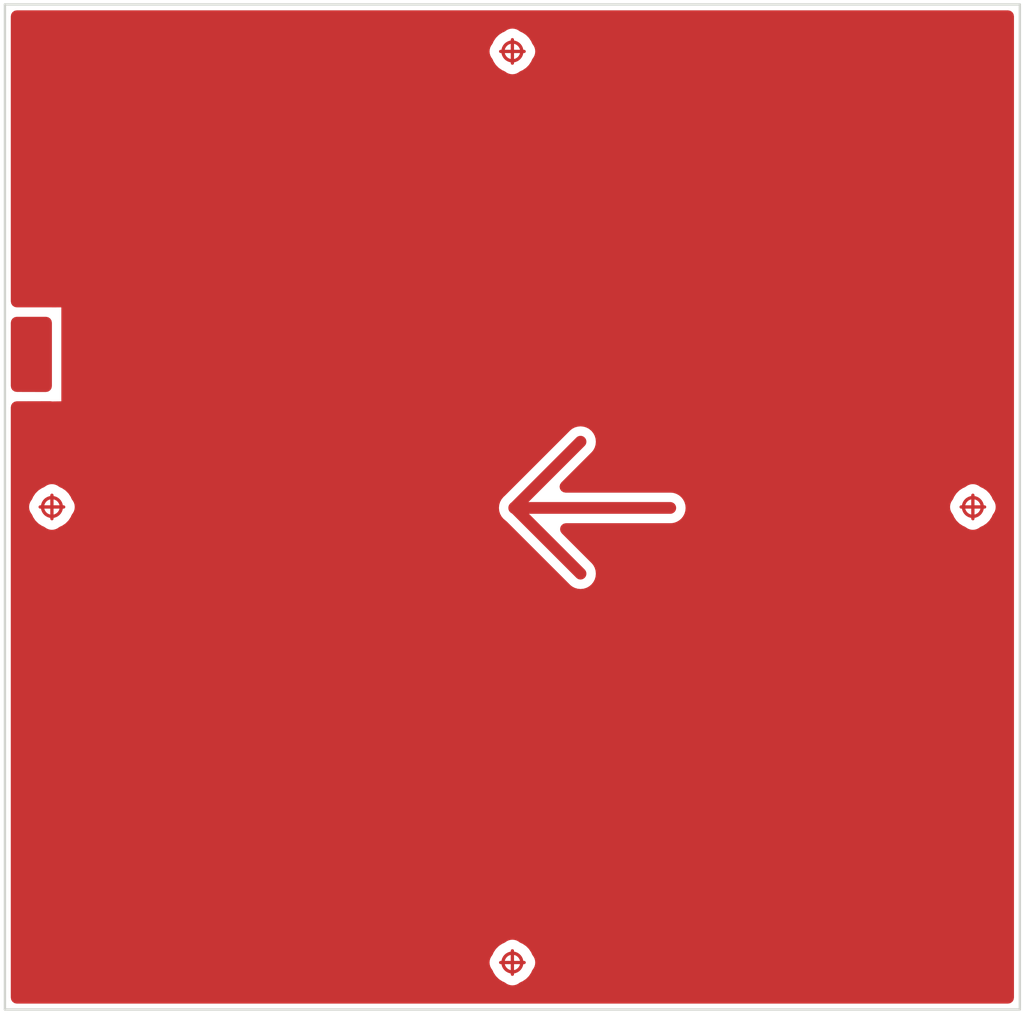
<source format=kicad_pcb>
(kicad_pcb (version 20211014) (generator pcbnew)
  (layers (0 "F.Cu" signal) (31 "B.Cu" signal) (34 "B.Paste" user) (35 "F.Paste" user) (36 "B.SilkS" user "B.Silkscreen") (37 "F.SilkS" user "F.Silkscreen") (38 "B.Mask" user) (39 "F.Mask" user) (44 "Edge.Cuts" user))
  (net 0 "")
  (footprint "unl_silab:crossed_circle_fiducial" (layer "F.Cu") (at 1 10.7)
    (fp_text reference "REF**" hide)
    (fp_text value "crossed_circle_fiducial" hide)
    (fp_line (start 0 -0.25) (end 0 0.25) (layer "F.Cu") (width 0.07))
    (fp_line (start 0.25 0) (end -0.25 0) (layer "F.Cu") (width 0.07))
    (fp_circle (center 0 0) (end 0.2 0) (layer "F.Cu") (width 0.07) (fill none))
  )
  (footprint "unl_silab:crossed_circle_fiducial" (layer "F.Cu") (at 10.8 1)
    (fp_text reference "REF**" hide)
    (fp_text value "crossed_circle_fiducial" hide)
    (fp_line (start 0.25 0) (end -0.25 0) (layer "F.Cu") (width 0.07))
    (fp_line (start 0 -0.25) (end 0 0.25) (layer "F.Cu") (width 0.07))
    (fp_circle (center 0 0) (end 0.2 0) (layer "F.Cu") (width 0.07) (fill none))
  )
  (footprint "unl_silab:crossed_circle_fiducial" (layer "F.Cu") (at 20.6 10.7)
    (fp_text reference "REF**" hide)
    (fp_text value "crossed_circle_fiducial" hide)
    (fp_line (start 0.25 0) (end -0.25 0) (layer "F.Cu") (width 0.07))
    (fp_line (start 0 -0.25) (end 0 0.25) (layer "F.Cu") (width 0.07))
    (fp_circle (center 0 0) (end 0.2 0) (layer "F.Cu") (width 0.07) (fill none))
  )
  (footprint "unl_silab:crossed_circle_fiducial" (layer "F.Cu") (at 10.8 20.4)
    (fp_text reference "REF**" hide)
    (fp_text value "crossed_circle_fiducial" hide)
    (fp_line (start 0 -0.25) (end 0 0.25) (layer "F.Cu") (width 0.07))
    (fp_line (start 0.25 0) (end -0.25 0) (layer "F.Cu") (width 0.07))
    (fp_circle (center 0 0) (end 0.2 0) (layer "F.Cu") (width 0.07) (fill none))
  )
  (gr_line (start 0 0) (end 0 21.4) (layer "Edge.Cuts") (width 0.05))
  (gr_line (start 0 21.4) (end 21.6 21.4) (layer "Edge.Cuts") (width 0.05))
  (gr_line (start 0 0) (end 21.6 0) (layer "Edge.Cuts") (width 0.05))
  (gr_line (start 21.6 0) (end 21.6 21.4) (layer "Edge.Cuts") (width 0.05))
  (segment (start 10.85 10.71) (end 12.25 9.31) (width 0.25) (layer "F.Cu") (net 0))
  (segment (start 10.85 10.72) (end 10.85 10.71) (width 0.25) (layer "F.Cu") (net 0))
  (segment (start 14.16 10.72) (end 10.84 10.72) (width 0.25) (layer "F.Cu") (net 0))
  (segment (start 10.84 10.72) (end 10.85 10.72) (width 0.25) (layer "F.Cu") (net 0))
  (segment (start 10.85 10.72) (end 12.25 12.12) (width 0.25) (layer "F.Cu") (net 0))
  (zone (net 0) (net_name "") (layer "F.Cu") (connect_pads (clearance 0.1)) (min_thickness 0.254) (fill yes (thermal_gap 0.508) (thermal_bridge_width 0.508))
    (polygon (pts (xy 21.6 21.4) (xy 0 21.4) (xy 0 0) (xy 21.6 0)))
  )
  (zone (net 0) (net_name "") (layer "F.Cu") (connect_pads (clearance 0)) (min_thickness 0.254)
    (keepout (tracks allowed) (vias allowed) (pads allowed) (copperpour not_allowed) (footprints allowed))
    (fill (thermal_gap 0.508) (thermal_bridge_width 0.508))
    (polygon (pts (xy 1 8.447501) (xy 0 8.45) (xy 0 8.25) (xy 1 8.2525)))
  )
  (zone (net 0) (net_name "") (layer "F.Cu") (connect_pads (clearance 0)) (min_thickness 0.254)
    (keepout (tracks allowed) (vias allowed) (pads allowed) (copperpour not_allowed) (footprints allowed))
    (fill (thermal_gap 0.508) (thermal_bridge_width 0.508))
    (polygon (pts (xy 1.2 8.450336) (xy 1 8.452919) (xy 1 6.451039) (xy 1.2 6.449665)))
  )
  (zone (net 0) (net_name "") (layer "F.Cu") (connect_pads (clearance 0)) (min_thickness 0.254)
    (keepout (tracks allowed) (vias allowed) (pads allowed) (copperpour not_allowed) (footprints allowed))
    (fill (thermal_gap 0.508) (thermal_bridge_width 0.508))
    (polygon (pts (xy 1 6.65) (xy 0 6.65) (xy 0 6.45) (xy 1 6.45)))
  )
)
</source>
